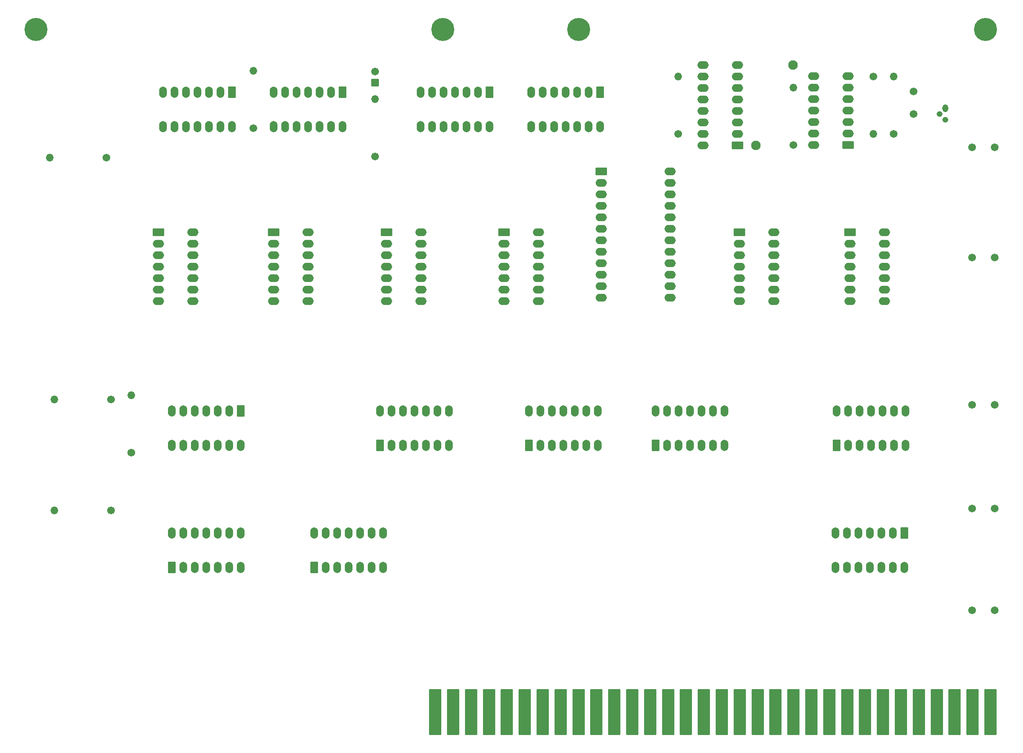
<source format=gbr>
G04 #@! TF.GenerationSoftware,KiCad,Pcbnew,(6.0.4-0)*
G04 #@! TF.CreationDate,2022-10-26T18:18:56+11:00*
G04 #@! TF.ProjectId,educ 8 timing ,65647563-2038-4207-9469-6d696e67202e,rev?*
G04 #@! TF.SameCoordinates,Original*
G04 #@! TF.FileFunction,Soldermask,Bot*
G04 #@! TF.FilePolarity,Negative*
%FSLAX46Y46*%
G04 Gerber Fmt 4.6, Leading zero omitted, Abs format (unit mm)*
G04 Created by KiCad (PCBNEW (6.0.4-0)) date 2022-10-26 18:18:56*
%MOMM*%
%LPD*%
G01*
G04 APERTURE LIST*
G04 Aperture macros list*
%AMRoundRect*
0 Rectangle with rounded corners*
0 $1 Rounding radius*
0 $2 $3 $4 $5 $6 $7 $8 $9 X,Y pos of 4 corners*
0 Add a 4 corners polygon primitive as box body*
4,1,4,$2,$3,$4,$5,$6,$7,$8,$9,$2,$3,0*
0 Add four circle primitives for the rounded corners*
1,1,$1+$1,$2,$3*
1,1,$1+$1,$4,$5*
1,1,$1+$1,$6,$7*
1,1,$1+$1,$8,$9*
0 Add four rect primitives between the rounded corners*
20,1,$1+$1,$2,$3,$4,$5,0*
20,1,$1+$1,$4,$5,$6,$7,0*
20,1,$1+$1,$6,$7,$8,$9,0*
20,1,$1+$1,$8,$9,$2,$3,0*%
G04 Aperture macros list end*
%ADD10C,1.702000*%
%ADD11RoundRect,0.051000X0.800000X-0.800000X0.800000X0.800000X-0.800000X0.800000X-0.800000X-0.800000X0*%
%ADD12O,1.702000X1.702000*%
%ADD13O,1.302000X1.702000*%
%ADD14O,1.302000X1.302000*%
%ADD15RoundRect,0.051000X-0.800000X1.200000X-0.800000X-1.200000X0.800000X-1.200000X0.800000X1.200000X0*%
%ADD16O,1.702000X2.502000*%
%ADD17RoundRect,0.051000X1.200000X0.800000X-1.200000X0.800000X-1.200000X-0.800000X1.200000X-0.800000X0*%
%ADD18O,2.502000X1.702000*%
%ADD19RoundRect,0.051000X-1.200000X-0.800000X1.200000X-0.800000X1.200000X0.800000X-1.200000X0.800000X0*%
%ADD20RoundRect,0.051000X0.800000X-1.200000X0.800000X1.200000X-0.800000X1.200000X-0.800000X-1.200000X0*%
%ADD21C,2.102000*%
%ADD22RoundRect,0.051000X-1.270000X-5.000000X1.270000X-5.000000X1.270000X5.000000X-1.270000X5.000000X0*%
%ADD23C,5.102000*%
G04 APERTURE END LIST*
D10*
X219075000Y-43815000D03*
X219075000Y-38815000D03*
D11*
X99900000Y-36900000D03*
D10*
X99900000Y-34400000D03*
X41500000Y-131500000D03*
D12*
X29000000Y-131500000D03*
D10*
X232029000Y-153670000D03*
X237029000Y-153670000D03*
X232029000Y-108204000D03*
X237029000Y-108204000D03*
X40500000Y-53500000D03*
D12*
X28000000Y-53500000D03*
D10*
X232000000Y-131100000D03*
X237000000Y-131100000D03*
X232000000Y-51200000D03*
X237000000Y-51200000D03*
X41500000Y-107000000D03*
D12*
X29000000Y-107000000D03*
D13*
X226060000Y-42545000D03*
D14*
X224790000Y-43815000D03*
X226060000Y-45085000D03*
D10*
X192500000Y-50700000D03*
D12*
X192500000Y-38000000D03*
D10*
X210185000Y-35560000D03*
D12*
X210185000Y-48260000D03*
D10*
X167005000Y-48260000D03*
D12*
X167005000Y-35560000D03*
D10*
X99900000Y-53250000D03*
D12*
X99900000Y-40550000D03*
D10*
X73025000Y-46990000D03*
D12*
X73025000Y-34290000D03*
D10*
X46000000Y-118745000D03*
D12*
X46000000Y-106045000D03*
D15*
X92740000Y-39000000D03*
D16*
X90200000Y-39000000D03*
X87660000Y-39000000D03*
X85120000Y-39000000D03*
X82580000Y-39000000D03*
X80040000Y-39000000D03*
X77500000Y-39000000D03*
X77500000Y-46620000D03*
X80040000Y-46620000D03*
X82580000Y-46620000D03*
X85120000Y-46620000D03*
X87660000Y-46620000D03*
X90200000Y-46620000D03*
X92740000Y-46620000D03*
D15*
X125240000Y-39000000D03*
D16*
X122700000Y-39000000D03*
X120160000Y-39000000D03*
X117620000Y-39000000D03*
X115080000Y-39000000D03*
X112540000Y-39000000D03*
X110000000Y-39000000D03*
X110000000Y-46620000D03*
X112540000Y-46620000D03*
X115080000Y-46620000D03*
X117620000Y-46620000D03*
X120160000Y-46620000D03*
X122700000Y-46620000D03*
X125240000Y-46620000D03*
D15*
X149740000Y-39000000D03*
D16*
X147200000Y-39000000D03*
X144660000Y-39000000D03*
X142120000Y-39000000D03*
X139580000Y-39000000D03*
X137040000Y-39000000D03*
X134500000Y-39000000D03*
X134500000Y-46620000D03*
X137040000Y-46620000D03*
X139580000Y-46620000D03*
X142120000Y-46620000D03*
X144660000Y-46620000D03*
X147200000Y-46620000D03*
X149740000Y-46620000D03*
D17*
X180120000Y-50780000D03*
D18*
X180120000Y-48240000D03*
X180120000Y-45700000D03*
X180120000Y-43160000D03*
X180120000Y-40620000D03*
X180120000Y-38080000D03*
X180120000Y-35540000D03*
X180120000Y-33000000D03*
X172500000Y-33000000D03*
X172500000Y-35540000D03*
X172500000Y-38080000D03*
X172500000Y-40620000D03*
X172500000Y-43160000D03*
X172500000Y-45700000D03*
X172500000Y-48240000D03*
X172500000Y-50780000D03*
D19*
X52000000Y-70000000D03*
D18*
X52000000Y-72540000D03*
X52000000Y-75080000D03*
X52000000Y-77620000D03*
X52000000Y-80160000D03*
X52000000Y-82700000D03*
X52000000Y-85240000D03*
X59620000Y-85240000D03*
X59620000Y-82700000D03*
X59620000Y-80160000D03*
X59620000Y-77620000D03*
X59620000Y-75080000D03*
X59620000Y-72540000D03*
X59620000Y-70000000D03*
D19*
X77500000Y-70000000D03*
D18*
X77500000Y-72540000D03*
X77500000Y-75080000D03*
X77500000Y-77620000D03*
X77500000Y-80160000D03*
X77500000Y-82700000D03*
X77500000Y-85240000D03*
X85120000Y-85240000D03*
X85120000Y-82700000D03*
X85120000Y-80160000D03*
X85120000Y-77620000D03*
X85120000Y-75080000D03*
X85120000Y-72540000D03*
X85120000Y-70000000D03*
D19*
X102500000Y-70000000D03*
D18*
X102500000Y-72540000D03*
X102500000Y-75080000D03*
X102500000Y-77620000D03*
X102500000Y-80160000D03*
X102500000Y-82700000D03*
X102500000Y-85240000D03*
X110120000Y-85240000D03*
X110120000Y-82700000D03*
X110120000Y-80160000D03*
X110120000Y-77620000D03*
X110120000Y-75080000D03*
X110120000Y-72540000D03*
X110120000Y-70000000D03*
D19*
X128500000Y-70000000D03*
D18*
X128500000Y-72540000D03*
X128500000Y-75080000D03*
X128500000Y-77620000D03*
X128500000Y-80160000D03*
X128500000Y-82700000D03*
X128500000Y-85240000D03*
X136120000Y-85240000D03*
X136120000Y-82700000D03*
X136120000Y-80160000D03*
X136120000Y-77620000D03*
X136120000Y-75080000D03*
X136120000Y-72540000D03*
X136120000Y-70000000D03*
D19*
X180500000Y-70000000D03*
D18*
X180500000Y-72540000D03*
X180500000Y-75080000D03*
X180500000Y-77620000D03*
X180500000Y-80160000D03*
X180500000Y-82700000D03*
X180500000Y-85240000D03*
X188120000Y-85240000D03*
X188120000Y-82700000D03*
X188120000Y-80160000D03*
X188120000Y-77620000D03*
X188120000Y-75080000D03*
X188120000Y-72540000D03*
X188120000Y-70000000D03*
D19*
X205000000Y-70000000D03*
D18*
X205000000Y-72540000D03*
X205000000Y-75080000D03*
X205000000Y-77620000D03*
X205000000Y-80160000D03*
X205000000Y-82700000D03*
X205000000Y-85240000D03*
X212620000Y-85240000D03*
X212620000Y-82700000D03*
X212620000Y-80160000D03*
X212620000Y-77620000D03*
X212620000Y-75080000D03*
X212620000Y-72540000D03*
X212620000Y-70000000D03*
D15*
X70240000Y-109500000D03*
D16*
X67700000Y-109500000D03*
X65160000Y-109500000D03*
X62620000Y-109500000D03*
X60080000Y-109500000D03*
X57540000Y-109500000D03*
X55000000Y-109500000D03*
X55000000Y-117120000D03*
X57540000Y-117120000D03*
X60080000Y-117120000D03*
X62620000Y-117120000D03*
X65160000Y-117120000D03*
X67700000Y-117120000D03*
X70240000Y-117120000D03*
D20*
X101000000Y-117120000D03*
D16*
X103540000Y-117120000D03*
X106080000Y-117120000D03*
X108620000Y-117120000D03*
X111160000Y-117120000D03*
X113700000Y-117120000D03*
X116240000Y-117120000D03*
X116240000Y-109500000D03*
X113700000Y-109500000D03*
X111160000Y-109500000D03*
X108620000Y-109500000D03*
X106080000Y-109500000D03*
X103540000Y-109500000D03*
X101000000Y-109500000D03*
D20*
X134000000Y-117120000D03*
D16*
X136540000Y-117120000D03*
X139080000Y-117120000D03*
X141620000Y-117120000D03*
X144160000Y-117120000D03*
X146700000Y-117120000D03*
X149240000Y-117120000D03*
X149240000Y-109500000D03*
X146700000Y-109500000D03*
X144160000Y-109500000D03*
X141620000Y-109500000D03*
X139080000Y-109500000D03*
X136540000Y-109500000D03*
X134000000Y-109500000D03*
D20*
X162000000Y-117120000D03*
D16*
X164540000Y-117120000D03*
X167080000Y-117120000D03*
X169620000Y-117120000D03*
X172160000Y-117120000D03*
X174700000Y-117120000D03*
X177240000Y-117120000D03*
X177240000Y-109500000D03*
X174700000Y-109500000D03*
X172160000Y-109500000D03*
X169620000Y-109500000D03*
X167080000Y-109500000D03*
X164540000Y-109500000D03*
X162000000Y-109500000D03*
D20*
X202000000Y-117120000D03*
D16*
X204540000Y-117120000D03*
X207080000Y-117120000D03*
X209620000Y-117120000D03*
X212160000Y-117120000D03*
X214700000Y-117120000D03*
X217240000Y-117120000D03*
X217240000Y-109500000D03*
X214700000Y-109500000D03*
X212160000Y-109500000D03*
X209620000Y-109500000D03*
X207080000Y-109500000D03*
X204540000Y-109500000D03*
X202000000Y-109500000D03*
D20*
X55000000Y-144120000D03*
D16*
X57540000Y-144120000D03*
X60080000Y-144120000D03*
X62620000Y-144120000D03*
X65160000Y-144120000D03*
X67700000Y-144120000D03*
X70240000Y-144120000D03*
X70240000Y-136500000D03*
X67700000Y-136500000D03*
X65160000Y-136500000D03*
X62620000Y-136500000D03*
X60080000Y-136500000D03*
X57540000Y-136500000D03*
X55000000Y-136500000D03*
D20*
X86500000Y-144120000D03*
D16*
X89040000Y-144120000D03*
X91580000Y-144120000D03*
X94120000Y-144120000D03*
X96660000Y-144120000D03*
X99200000Y-144120000D03*
X101740000Y-144120000D03*
X101740000Y-136500000D03*
X99200000Y-136500000D03*
X96660000Y-136500000D03*
X94120000Y-136500000D03*
X91580000Y-136500000D03*
X89040000Y-136500000D03*
X86500000Y-136500000D03*
D15*
X217000000Y-136500000D03*
D16*
X214460000Y-136500000D03*
X211920000Y-136500000D03*
X209380000Y-136500000D03*
X206840000Y-136500000D03*
X204300000Y-136500000D03*
X201760000Y-136500000D03*
X201760000Y-144120000D03*
X204300000Y-144120000D03*
X206840000Y-144120000D03*
X209380000Y-144120000D03*
X211920000Y-144120000D03*
X214460000Y-144120000D03*
X217000000Y-144120000D03*
D15*
X68240000Y-39000000D03*
D16*
X65700000Y-39000000D03*
X63160000Y-39000000D03*
X60620000Y-39000000D03*
X58080000Y-39000000D03*
X55540000Y-39000000D03*
X53000000Y-39000000D03*
X53000000Y-46620000D03*
X55540000Y-46620000D03*
X58080000Y-46620000D03*
X60620000Y-46620000D03*
X63160000Y-46620000D03*
X65700000Y-46620000D03*
X68240000Y-46620000D03*
D17*
X204620000Y-50700000D03*
D18*
X204620000Y-48160000D03*
X204620000Y-45620000D03*
X204620000Y-43080000D03*
X204620000Y-40540000D03*
X204620000Y-38000000D03*
X204620000Y-35460000D03*
X197000000Y-35460000D03*
X197000000Y-38000000D03*
X197000000Y-40540000D03*
X197000000Y-43080000D03*
X197000000Y-45620000D03*
X197000000Y-48160000D03*
X197000000Y-50700000D03*
D10*
X214630000Y-48260000D03*
D12*
X214630000Y-35560000D03*
D19*
X150000000Y-56500000D03*
D18*
X150000000Y-59040000D03*
X150000000Y-61580000D03*
X150000000Y-64120000D03*
X150000000Y-66660000D03*
X150000000Y-69200000D03*
X150000000Y-71740000D03*
X150000000Y-74280000D03*
X150000000Y-76820000D03*
X150000000Y-79360000D03*
X150000000Y-81900000D03*
X150000000Y-84440000D03*
X165240000Y-84440000D03*
X165240000Y-81900000D03*
X165240000Y-79360000D03*
X165240000Y-76820000D03*
X165240000Y-74280000D03*
X165240000Y-71740000D03*
X165240000Y-69200000D03*
X165240000Y-66660000D03*
X165240000Y-64120000D03*
X165240000Y-61580000D03*
X165240000Y-59040000D03*
X165240000Y-56500000D03*
D10*
X232000000Y-75600000D03*
X237000000Y-75600000D03*
D21*
X192405000Y-33020000D03*
X184150000Y-50800000D03*
D22*
X236076400Y-176200000D03*
X232114000Y-176200000D03*
X228151600Y-176200000D03*
X224189200Y-176200000D03*
X220226800Y-176200000D03*
X216264400Y-176200000D03*
X212302000Y-176200000D03*
X208339600Y-176200000D03*
X204377200Y-176200000D03*
X200414800Y-176200000D03*
X196452400Y-176200000D03*
X192490000Y-176200000D03*
X188527600Y-176200000D03*
X184565200Y-176200000D03*
X180602800Y-176200000D03*
X176640400Y-176200000D03*
X172678000Y-176200000D03*
X168715600Y-176200000D03*
X164753200Y-176200000D03*
X160790800Y-176200000D03*
X156828400Y-176200000D03*
X152866000Y-176200000D03*
X148903600Y-176200000D03*
X144941200Y-176200000D03*
X140978800Y-176200000D03*
X137016400Y-176200000D03*
X133054000Y-176200000D03*
X129091600Y-176200000D03*
X125129200Y-176200000D03*
X121166800Y-176200000D03*
X117204400Y-176200000D03*
X113242000Y-176200000D03*
D23*
X145000000Y-25100000D03*
X235000000Y-25100000D03*
X114900000Y-25100000D03*
X24900000Y-25100000D03*
M02*

</source>
